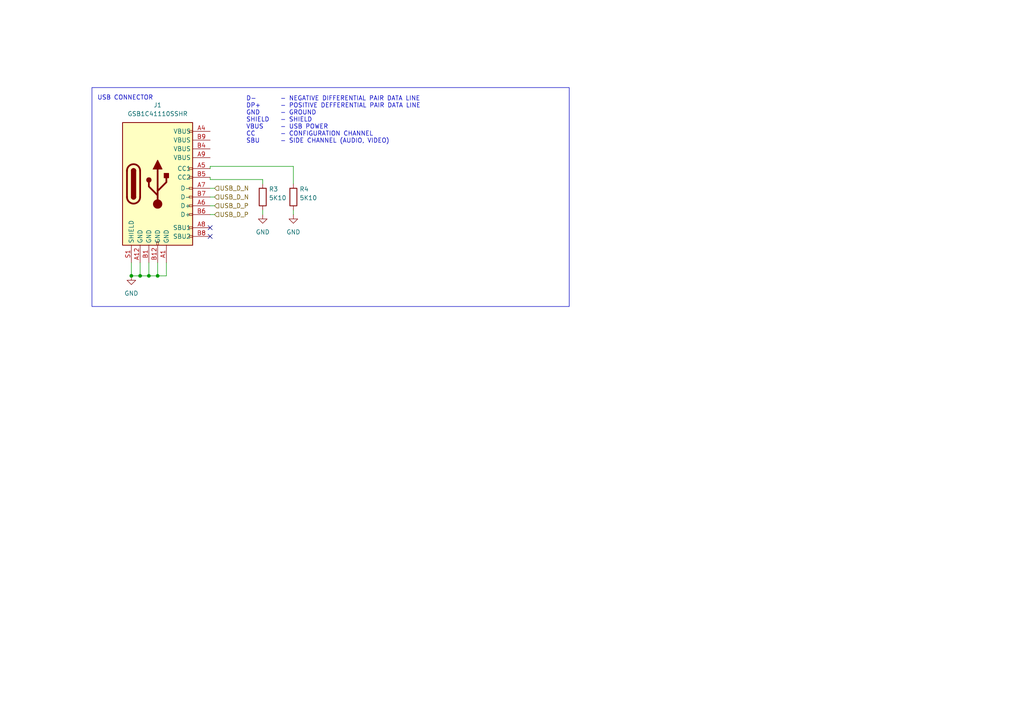
<source format=kicad_sch>
(kicad_sch (version 20231120) (generator "eeschema") (generator_version "8.0")
  (paper "A4")
  (title_block (rev "RevA") (company "Rack Robotics, Inc."))
  (lib_symbols
    (symbol "Device:R" (pin_numbers hide) (pin_names (offset 0))
      (property "Reference" "R" (at 2.032 0 90))
      (property "Value" "R" (at 0 0 90))
      (symbol "R_0_1"
        (rectangle (start -1.016 -2.54) (end 1.016 2.54) (stroke (width 0.254)))
      )
      (symbol "R_1_1"
        (pin passive line (at 0 3.81 270) (length 1.27) (name "~") (number "1"))
        (pin passive line (at 0 -3.81 90) (length 1.27) (name "~") (number "2"))
      )
    )
    (symbol "power:GND" (power) (pin_numbers hide) (pin_names (offset 0) hide)
      (property "Value" "GND" (at 0 -3.81 0))
      (symbol "GND_0_1"
        (polyline (pts (xy 0 0) (xy 0 -1.27) (xy 1.27 -1.27) (xy 0 -2.54) (xy -1.27 -1.27) (xy 0 -1.27)))
      )
      (symbol "GND_1_1"
        (pin power_in line (at 0 0 270) (length 0) (name "~") (number "1"))
      )
    )
    (symbol "project-symbols:GSB1C41110SSHR"
      (property "Reference" "J" (at 1.27 3.175 0))
      (property "Value" "GSB1C41110SSHR" (at 8.89 1.27 0))
      (symbol "GSB1C41110SSHR_0_0"
        (rectangle (start 9.906 -34.544) (end 10.414 -35.56))
        (rectangle (start 20.32 -32.766) (end 19.304 -33.274))
        (rectangle (start 20.32 -30.226) (end 19.304 -30.734))
        (rectangle (start 20.32 -26.416) (end 19.304 -26.924))
        (rectangle (start 20.32 -23.876) (end 19.304 -24.384))
        (rectangle (start 20.32 -21.336) (end 19.304 -21.844))
        (rectangle (start 20.32 -18.796) (end 19.304 -19.304))
        (rectangle (start 20.32 -15.621) (end 19.304 -16.129))
        (rectangle (start 20.32 -13.081) (end 19.304 -13.589))
        (rectangle (start 20.32 -2.286) (end 19.304 -2.794))
      )
      (symbol "GSB1C41110SSHR_0_1"
        (polyline (pts (xy 1.27 -21.59) (xy 1.27 -13.97)) (stroke (width 0.508)))
        (polyline (pts (xy 5.08 -13.97) (xy 5.08 -21.59)) (stroke (width 0.508)))
        (polyline (pts (xy 10.16 -23.622) (xy 10.16 -13.462)) (stroke (width 0.508)))
        (polyline (pts (xy 10.16 -21.082) (xy 7.62 -18.542) (xy 7.62 -17.272)) (stroke (width 0.508)))
        (polyline (pts (xy 10.16 -19.812) (xy 12.7 -17.272) (xy 12.7 -16.002)) (stroke (width 0.508)))
        (polyline (pts (xy 8.89 -13.462) (xy 10.16 -10.922) (xy 11.43 -13.462) (xy 8.89 -13.462)) (stroke (width 0.254)) (fill (type outline)))
        (rectangle (start 0 0) (end 20.32 -35.56) (stroke (width 0.254)) (fill (type background)))
        (arc (start 1.27 -21.59) (mid 3.175 -23.4867) (end 5.08 -21.59) (stroke (width 0.508)))
        (arc (start 2.54 -21.59) (mid 3.175 -22.2223) (end 3.81 -21.59) (stroke (width 0.254)))
        (arc (start 2.54 -21.59) (mid 3.175 -22.2223) (end 3.81 -21.59) (stroke (width 0.254)) (fill (type outline)))
        (rectangle (start 2.54 -21.59) (end 3.81 -13.97) (stroke (width 0.254)) (fill (type outline)))
        (arc (start 3.81 -13.97) (mid 3.175 -13.3377) (end 2.54 -13.97) (stroke (width 0.254)))
        (arc (start 3.81 -13.97) (mid 3.175 -13.3377) (end 2.54 -13.97) (stroke (width 0.254)) (fill (type outline)))
        (arc (start 5.08 -13.97) (mid 3.175 -12.0733) (end 1.27 -13.97) (stroke (width 0.508)))
        (circle (center 7.62 -16.637) (radius 0.635) (stroke (width 0.254)) (fill (type outline)))
        (circle (center 10.16 -23.622) (radius 1.27) (fill (type outline)))
        (rectangle (start 12.065 -16.002) (end 13.335 -14.732) (stroke (width 0.254)) (fill (type outline)))
      )
      (symbol "GSB1C41110SSHR_1_1"
        (pin passive line (at 12.7 -40.64 90) (length 5.08) (name "GND") (number "A1"))
        (pin passive line (at 5.08 -40.64 90) (length 5.08) (name "GND") (number "A12"))
        (pin passive line (at 25.4 -2.54 180) (length 5.08) (name "VBUS") (number "A4"))
        (pin bidirectional line (at 25.4 -13.335 180) (length 5.08) (name "CC1") (number "A5"))
        (pin bidirectional line (at 25.4 -24.13 180) (length 5.08) (name "D+") (number "A6"))
        (pin bidirectional line (at 25.4 -19.05 180) (length 5.08) (name "D-") (number "A7"))
        (pin bidirectional line (at 25.4 -30.48 180) (length 5.08) (name "SBU1") (number "A8"))
        (pin passive line (at 25.4 -10.16 180) (length 5.08) (name "VBUS") (number "A9"))
        (pin passive line (at 7.62 -40.64 90) (length 5.08) (name "GND") (number "B1"))
        (pin passive line (at 10.16 -40.64 90) (length 5.08) (name "GND") (number "B12"))
        (pin passive line (at 25.4 -7.62 180) (length 5.08) (name "VBUS") (number "B4"))
        (pin bidirectional line (at 25.4 -15.875 180) (length 5.08) (name "CC2") (number "B5"))
        (pin bidirectional line (at 25.4 -26.67 180) (length 5.08) (name "D+") (number "B6"))
        (pin bidirectional line (at 25.4 -21.59 180) (length 5.08) (name "D-") (number "B7"))
        (pin bidirectional line (at 25.4 -33.02 180) (length 5.08) (name "SBU2") (number "B8"))
        (pin passive line (at 25.4 -5.08 180) (length 5.08) (name "VBUS") (number "B9"))
        (pin passive line (at 2.54 -40.64 90) (length 5.08) (name "SHIELD") (number "S1"))
      )
    )
  )
  (junction (at 40.64 80.01))
  (junction (at 45.72 80.01))
  (junction (at 38.1 80.01))
  (junction (at 43.18 80.01))
  (no_connect (at 60.96 66.04))
  (no_connect (at 60.96 68.58))
  (wire (pts (xy 40.64 80.01) (xy 43.18 80.01)))
  (wire (pts (xy 45.72 76.2) (xy 45.72 80.01)))
  (wire (pts (xy 76.2 52.07) (xy 60.96 52.07)))
  (wire (pts (xy 85.09 48.26) (xy 60.96 48.26)))
  (wire (pts (xy 60.96 62.23) (xy 62.23 62.23)))
  (wire (pts (xy 40.64 76.2) (xy 40.64 80.01)))
  (wire (pts (xy 60.96 57.15) (xy 62.23 57.15)))
  (wire (pts (xy 48.26 80.01) (xy 48.26 76.2)))
  (wire (pts (xy 43.18 76.2) (xy 43.18 80.01)))
  (wire (pts (xy 60.96 54.61) (xy 62.23 54.61)))
  (wire (pts (xy 85.09 60.96) (xy 85.09 62.23)))
  (wire (pts (xy 60.96 48.26) (xy 60.96 48.895)))
  (wire (pts (xy 43.18 80.01) (xy 45.72 80.01)))
  (wire (pts (xy 38.1 76.2) (xy 38.1 80.01)))
  (wire (pts (xy 85.09 53.34) (xy 85.09 48.26)))
  (wire (pts (xy 60.96 59.69) (xy 62.23 59.69)))
  (wire (pts (xy 45.72 80.01) (xy 48.26 80.01)))
  (wire (pts (xy 76.2 60.96) (xy 76.2 62.23)))
  (wire (pts (xy 76.2 52.07) (xy 76.2 53.34)))
  (wire (pts (xy 38.1 80.01) (xy 40.64 80.01)))
  (wire (pts (xy 60.96 51.435) (xy 60.96 52.07)))
  (rectangle (start 26.67 25.4) (end 165.1 88.9))
  (text "D- 		- NEGATIVE DIFFERENTIAL PAIR DATA LINE\nDP+		- POSITIVE DEFFERENTIAL PAIR DATA LINE \nGND 	- GROUND\nSHIELD 	- SHIELD \nVBUS 	- USB POWER \nCC 		- CONFIGURATION CHANNEL\nSBU 	- SIDE CHANNEL (AUDIO, VIDEO)" (at 71.374 27.94 0) (effects (font (size 1.27 1.27)) (justify left top)))
  (text "USB CONNECTOR" (at 36.322 28.448 0) (effects (font (size 1.27 1.27))))
  (hierarchical_label "USB_D_P" (shape input) (at 62.23 59.69 0))
  (hierarchical_label "USB_D_P" (shape input) (at 62.23 62.23 0))
  (hierarchical_label "USB_D_N" (shape input) (at 62.23 54.61 0))
  (hierarchical_label "USB_D_N" (shape input) (at 62.23 57.15 0))
  (symbol (lib_id "power:GND") (at 76.2 62.23 0) (unit 1)
    (property "Reference" "#PWR012" (effects (hide yes)))
    (property "Value" "GND" (at 76.2 67.31 0))
    (property "Description" "Power symbol creates a global label with name \"GND\" , ground" (effects (hide yes)))
  )
  (symbol (lib_id "power:GND") (at 38.1 80.01 0) (unit 1)
    (property "Reference" "#PWR014" (effects (hide yes)))
    (property "Value" "GND" (at 38.1 85.09 0))
    (property "Description" "Power symbol creates a global label with name \"GND\" , ground" (effects (hide yes)))
  )
  (symbol (lib_id "Device:R") (at 76.2 57.15 180) (unit 1) (exclude_from_sim yes)
    (property "Reference" "R3" (at 77.978 54.864 0) (effects (justify right)))
    (property "Value" "5K10" (at 77.978 57.404 0) (effects (justify right)))
    (property "Footprint" "Resistor_SMD:R_0402_1005Metric" (effects (hide yes)))
    (property "Supplier" "Digikey Electronics" (effects (hide yes)))
    (property "Manufacterer" "YAGEO" (effects (hide yes)))
    (property "Max Package Height " "0.55 mm" (effects (hide yes)))
    (property "Tolerance" "1%" (effects (hide yes)))
  )
  (symbol (lib_id "power:GND") (at 85.09 62.23 0) (unit 1)
    (property "Reference" "#PWR013" (effects (hide yes)))
    (property "Value" "GND" (at 85.09 67.31 0))
    (property "Description" "Power symbol creates a global label with name \"GND\" , ground" (effects (hide yes)))
  )
  (symbol (lib_id "project-symbols:GSB1C41110SSHR") (at 35.56 35.56 0) (unit 1)
    (property "Reference" "J1" (at 45.72 30.48 0))
    (property "Value" "GSB1C41110SSHR" (at 45.72 33.02 0))
    (property "Footprint" "project-footprints:GSB1C41110SSHR" (effects (hide yes)))
    (property "Datasheet" "https://cdn.amphenol-cs.com/media/wysiwyg/files/drawing/gsb1c41x10sshr-ax1.pdf" (effects (hide yes)))
    (property "Manufacturer" "Amphenol ICC" (effects (hide yes)))
    (property "Part Number" "GSB1C41110SSHR" (effects (hide yes)))
  )
  (symbol (lib_id "Device:R") (at 85.09 57.15 180) (unit 1) (exclude_from_sim yes)
    (property "Reference" "R4" (at 86.868 54.864 0) (effects (justify right)))
    (property "Value" "5K10" (at 86.868 57.404 0) (effects (justify right)))
    (property "Footprint" "Resistor_SMD:R_0402_1005Metric" (effects (hide yes)))
    (property "Supplier" "Digikey Electronics" (effects (hide yes)))
    (property "Manufacterer" "YAGEO" (effects (hide yes)))
    (property "Max Package Height " "0.55 mm" (effects (hide yes)))
    (property "Tolerance" "1%" (effects (hide yes)))
  )
)
</source>
